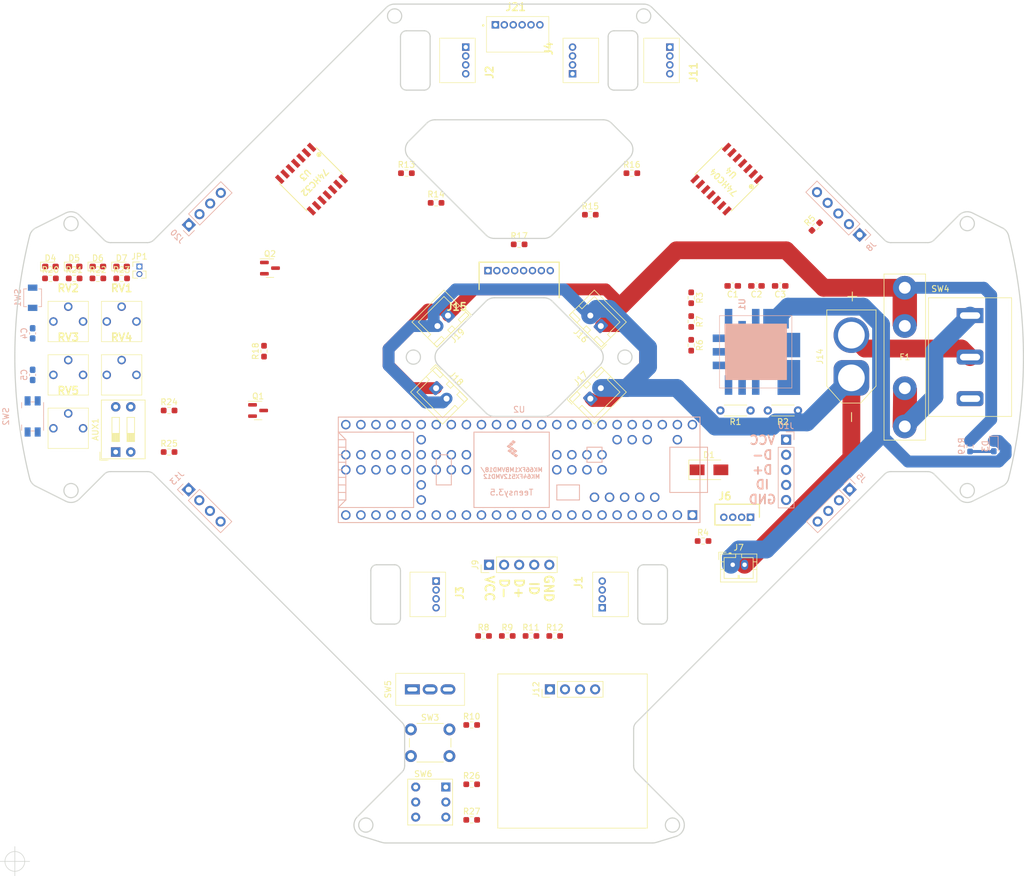
<source format=kicad_pcb>
(kicad_pcb (version 20211014) (generator pcbnew)
  (layers (0 "F.Cu" signal) (31 "B.Cu" signal) (34 "B.Paste" user) (35 "F.Paste" user) (36 "B.SilkS" user "B.Silkscreen") (37 "F.SilkS" user "F.Silkscreen") (38 "B.Mask" user) (39 "F.Mask" user) (44 "Edge.Cuts" user))
  (net 0 "")
  (net 1 "GND")
  (net 2 "/AUX1/3")
  (net 3 "/AUX1/4")
  (net 4 "Net-(C5-Pad2)")
  (net 5 "Net-(D1-Pad1)")
  (net 6 "+5V")
  (net 7 "Net-(D2-Pad2)")
  (net 8 "Net-(D6-Pad2)")
  (net 9 "Net-(D7-Pad2)")
  (net 10 "Net-(D3-Pad2)")
  (net 11 "Net-(D4-Pad1)")
  (net 12 "Net-(D4-Pad2)")
  (net 13 "+15V")
  (net 14 "Net-(F1-Pad2)")
  (net 15 "Net-(J1-Pad2)")
  (net 16 "Net-(J3-Pad1)")
  (net 17 "Net-(D5-Pad2)")
  (net 18 "Net-(J6-Pad1)")
  (net 19 "Net-(J1-Pad1)")
  (net 20 "Net-(J1-Pad4)")
  (net 21 "Net-(J2-Pad2)")
  (net 22 "Net-(J2-Pad4)")
  (net 23 "Net-(J3-Pad2)")
  (net 24 "Net-(J8-Pad1)")
  (net 25 "Net-(J8-Pad2)")
  (net 26 "Net-(J8-Pad4)")
  (net 27 "Net-(J3-Pad4)")
  (net 28 "Net-(J4-Pad1)")
  (net 29 "Net-(J4-Pad2)")
  (net 30 "Net-(J10-Pad1)")
  (net 31 "Net-(J10-Pad3)")
  (net 32 "Net-(J11-Pad1)")
  (net 33 "Net-(J4-Pad4)")
  (net 34 "Net-(J11-Pad3)")
  (net 35 "Net-(J5-Pad1)")
  (net 36 "Net-(J5-Pad3)")
  (net 37 "+3V3")
  (net 38 "Net-(J6-Pad3)")
  (net 39 "Net-(J10-Pad2)")
  (net 40 "Net-(J13-Pad1)")
  (net 41 "Net-(J13-Pad3)")
  (net 42 "Net-(J10-Pad4)")
  (net 43 "Net-(J10-Pad5)")
  (net 44 "Net-(J14-Pad2)")
  (net 45 "Net-(J15-Pad1)")
  (net 46 "Net-(J15-Pad2)")
  (net 47 "Net-(J15-Pad3)")
  (net 48 "Net-(J15-Pad5)")
  (net 49 "Net-(J15-Pad6)")
  (net 50 "Net-(J21-Pad1)")
  (net 51 "Net-(J21-Pad2)")
  (net 52 "Net-(J21-Pad3)")
  (net 53 "Net-(Q1-Pad1)")
  (net 54 "Net-(J21-Pad4)")
  (net 55 "Net-(J21-Pad5)")
  (net 56 "Net-(J21-Pad6)")
  (net 57 "PROG")
  (net 58 "/Switch/SW_GOAL")
  (net 59 "Net-(R1-Pad1)")
  (net 60 "/Switch/SW_START")
  (net 61 "Net-(R1-Pad2)")
  (net 67 "Net-(R4-Pad1)")
  (net 68 "Net-(R5-Pad1)")
  (net 69 "Net-(R13-Pad1)")
  (net 70 "Net-(R14-Pad1)")
  (net 71 "Net-(R16-Pad1)")
  (net 72 "Net-(R17-Pad1)")
  (net 73 "Net-(J15-Pad4)")
  (net 74 "Net-(R26-Pad2)")
  (net 79 "Net-(R15-Pad1)")
  (net 82 "Net-(U2-Pad16)")
  (net 83 "Net-(U2-Pad17)")
  (net 84 "Net-(U2-Pad18)")
  (net 85 "Net-(U2-Pad19)")
  (net 86 "Net-(U2-Pad20)")
  (net 87 "Net-(U2-Pad21)")
  (net 88 "Vbatt")
  (net 97 "/Switch/SW_led_R")
  (net 98 "/Switch/SW_led_G")
  (net 99 "/LED/LED4")
  (net 100 "/LED/LED3")
  (net 101 "/LED/LED2")
  (net 102 "/LED/LED1")
  (net 119 "Net-(U3-Pad11)")
  (net 120 "Net-(U3-Pad12)")
  (net 121 "Net-(J2-Pad1)")
  (net 122 "Net-(U3-Pad13)")
  (net 124 "Net-(Q1-Pad3)")
  (net 125 "Net-(R27-Pad2)")
  (footprint "Resistor_SMD:R_0603_1608Metric_Pad0.98x0.95mm_HandSolder" (layer "F.Cu") (at 64 76.735)
    (fp_text reference "R22")
    (fp_text value "120")
  )
  (footprint "0.main.robot:LED_SMLE13WBC8W1" (layer "F.Cu") (at 60 74.735)
    (fp_text reference "D5")
    (fp_text value "LED2_G")
  )
  (footprint "Package_TO_SOT_SMD:SOT-23" (layer "F.Cu") (at 91 99)
    (fp_text reference "Q1")
    (fp_text value "AO3400A")
  )
  (footprint "Resistor_THT:R_Axial_DIN0204_L3.6mm_D1.6mm_P5.08mm_Horizontal" (layer "F.Cu") (at 182 99 180)
    (fp_text reference "R2")
    (fp_text value "330")
  )
  (footprint "Diode_SMD:D_SMA" (layer "F.Cu") (at 167 109)
    (fp_text reference "D1")
    (fp_text value "SX34F")
  )
  (footprint "0.main.robot:JSTS8B-ZRLFSN" (layer "F.Cu") (at 129.75 78.6)
    (fp_text reference "J15")
    (fp_text value "LINE" hide)
  )
  (footprint "0.main.robot:OLED" (layer "F.Cu") (at 144 146)
    (fp_text reference "J12")
    (fp_text value "I2C_OLED")
  )
  (footprint "0.main.robot:LED_SMLE13WBC8W1" (layer "F.Cu") (at 56 74.735)
    (fp_text reference "D4")
    (fp_text value "LED1_R")
  )
  (footprint "Button_Switch_THT:SW_DIP_SPSTx02_Slide_9.78x7.26mm_W7.62mm_P2.54mm" (layer "F.Cu") (at 67 106 90)
    (fp_text reference "AUX1")
    (fp_text value "SW_DIP_x02")
  )
  (footprint "Resistor_SMD:R_0603_1608Metric_Pad0.98x0.95mm_HandSolder" (layer "F.Cu") (at 76 99)
    (fp_text reference "R24")
    (fp_text value "47k")
  )
  (footprint "Package_TO_SOT_SMD:SOT-23" (layer "F.Cu") (at 93 75)
    (fp_text reference "Q2")
    (fp_text value "AO3401A")
  )
  (footprint "Resistor_SMD:R_0603_1608Metric_Pad0.98x0.95mm_HandSolder" (layer "F.Cu") (at 164 88 -90)
    (fp_text reference "R6")
    (fp_text value "47k")
  )
  (footprint "Resistor_SMD:R_0603_1608Metric_Pad0.98x0.95mm_HandSolder" (layer "F.Cu") (at 76 106)
    (fp_text reference "R25")
    (fp_text value "47k")
  )
  (footprint "Resistor_SMD:R_0603_1608Metric_Pad0.98x0.95mm_HandSolder" (layer "F.Cu") (at 147 66)
    (fp_text reference "R15")
    (fp_text value "10k")
  )
  (footprint "Resistor_SMD:R_0603_1608Metric_Pad0.98x0.95mm_HandSolder" (layer "F.Cu") (at 133 137)
    (fp_text reference "R9")
    (fp_text value "47k")
  )
  (footprint "0.main.robot:MFS101D-14-Z" (layer "F.Cu") (at 120 146 90)
    (fp_text reference "SW5")
    (fp_text value "GOAL")
  )
  (footprint "0.main.robot:Trim-GF063P" (layer "F.Cu") (at 59 84)
    (fp_text reference "RV2")
    (fp_text value "20K" hide)
  )
  (footprint "Resistor_SMD:R_0603_1608Metric_Pad0.98x0.95mm_HandSolder" (layer "F.Cu") (at 137 137)
    (fp_text reference "R11")
    (fp_text value "10k")
  )
  (footprint "Resistor_SMD:R_0603_1608Metric_Pad0.98x0.95mm_HandSolder" (layer "F.Cu") (at 127 162)
    (fp_text reference "R26")
    (fp_text value "470")
  )
  (footprint "Connector_JST:JST_XH_B2B-XH-A_1x02_P2.50mm_Vertical" (layer "F.Cu") (at 121 95.2322 -45)
    (fp_text reference "J18")
    (fp_text value "MD3")
  )
  (footprint "Capacitor_SMD:C_0603_1608Metric_Pad1.08x0.95mm_HandSolder" (layer "F.Cu") (at 175 78 180)
    (fp_text reference "C2")
    (fp_text value "10u")
  )
  (footprint "Connector_JST:JST_XH_B2B-XH-A_1x02_P2.50mm_Vertical" (layer "F.Cu") (at 147 97 45)
    (fp_text reference "J17")
    (fp_text value "MD2")
  )
  (footprint "Connector_JST:JST_XH_B2B-XH-A_1x02_P2.50mm_Vertical" (layer "F.Cu") (at 123 83 -135)
    (fp_text reference "J19")
    (fp_text value "MD4")
  )
  (footprint "0.main.robot:JSTB4B-ZR" (layer "F.Cu") (at 174 117)
    (fp_text reference "J6")
    (fp_text value "Serial3/Vision" hide)
  )
  (footprint "0.main.robot:SOP14W" (layer "F.Cu") (at 100 60 -135)
    (fp_text reference "U3")
    (fp_text value "74HC32")
  )
  (footprint "0.main.robot:FUSE_20mm" (layer "F.Cu") (at 200 90)
    (fp_text reference "F1")
    (fp_text value "Fuse 15A")
  )
  (footprint "Connector_PinHeader_1.27mm:PinHeader_1x02_P1.27mm_Vertical" (layer "F.Cu") (at 71 74.735)
    (fp_text reference "JP1")
    (fp_text value "Jumper_2_Bridged")
  )
  (footprint "Connector_JST:JST_PH_B2B-PH-K_1x02_P2.00mm_Vertical" (layer "F.Cu") (at 171 125)
    (fp_text reference "J7")
    (fp_text value "raspi-power")
  )
  (footprint "Resistor_SMD:R_0603_1608Metric_Pad0.98x0.95mm_HandSolder" (layer "F.Cu") (at 127 152)
    (fp_text reference "R10")
    (fp_text value "47k")
  )
  (footprint "0.main.robot:SW_SPST_POWER" (layer "F.Cu") (at 211 90)
    (fp_text reference "SW4")
    (fp_text value "SW_SPST")
  )
  (footprint "0.main.robot:JSTS4B-ZRLFSN" (layer "F.Cu") (at 126 40 -90)
    (fp_text reference "J2")
    (fp_text value "MD4" hide)
  )
  (footprint "Capacitor_SMD:C_0603_1608Metric_Pad1.08x0.95mm_HandSolder" (layer "F.Cu") (at 171 78 180)
    (fp_text reference "C1")
    (fp_text value "10u")
  )
  (footprint "0.main.robot:Trim-GF063P" (layer "F.Cu") (at 68 93)
    (fp_text reference "RV4")
    (fp_text value "20K" hide)
  )
  (footprint "Resistor_SMD:R_0603_1608Metric_Pad0.98x0.95mm_HandSolder" (layer "F.Cu") (at 141 137)
    (fp_text reference "R12")
    (fp_text value "10k")
  )
  (footprint "0.main.robot:LED_SMLE13WBC8W1" (layer "F.Cu") (at 175 89.125 90)
    (fp_text reference "D2")
    (fp_text value "LED")
  )
  (footprint "Resistor_SMD:R_0603_1608Metric_Pad0.98x0.95mm_HandSolder" (layer "F.Cu") (at 127 168)
    (fp_text reference "R27")
    (fp_text value "470")
  )
  (footprint "Resistor_THT:R_Axial_DIN0204_L3.6mm_D1.6mm_P5.08mm_Horizontal" (layer "F.Cu") (at 174 99 180)
    (fp_text reference "R1")
    (fp_text value "1k")
  )
  (footprint "Button_Switch_THT:SW_PUSH_6mm" (layer "F.Cu") (at 116.75 152.75)
    (fp_text reference "SW3")
    (fp_text value "SET")
  )
  (footprint "0.main.robot:AMASS_XT60-M_1x02_P7.20mm_Vertical" (layer "F.Cu") (at 191 93.5 90)
    (fp_text reference "J14")
    (fp_text value "Power IN")
  )
  (footprint "0.main.robot:SOP14W" (layer "F.Cu") (at 170 60 135)
    (fp_text reference "U4")
    (fp_text value "74HC04")
  )
  (footprint "0.main.robot:JSTS4B-ZRLFSN" (layer "F.Cu") (at 121 130 -90)
    (fp_text reference "J3")
    (fp_text value "MD3" hide)
  )
  (footprint "0.main.robot:LED_SMLE13WBC8W1" (layer "F.Cu") (at 68 74.735)
    (fp_text reference "D7")
    (fp_text value "LED4_B")
  )
  (footprint "0.main.robot:LED_SMLE13WBC8W1" (layer "F.Cu") (at 64 74.735)
    (fp_text reference "D6")
    (fp_text value "LED3_Y")
  )
  (footprint "Resistor_SMD:R_0603_1608Metric_Pad0.98x0.95mm_HandSolder" (layer "F.Cu") (at 185 68 45)
    (fp_text reference "R5")
    (fp_text value "10k")
  )
  (footprint "Resistor_SMD:R_0603_1608Metric_Pad0.98x0.95mm_HandSolder" (layer "F.Cu") (at 56 76.735)
    (fp_text reference "R20")
    (fp_text value "120")
  )
  (footprint "0.main.robot:Trim-GF063P" (layer "F.Cu") (at 68 84)
    (fp_text reference "RV1")
    (fp_text value "20K" hide)
  )
  (footprint "0.main.robot:Trim-GF063P" (layer "F.Cu") (at 59 93)
    (fp_text reference "RV3")
    (fp_text value "20K" hide)
  )
  (footprint "Connector_PinHeader_2.54mm:PinHeader_1x05_P2.54mm_Vertical" (layer "F.Cu") (at 129.925 125 90)
    (fp_text reference "J9")
    (fp_text value "micro-b_out")
  )
  (footprint "Resistor_SMD:R_0603_1608Metric_Pad0.98x0.95mm_HandSolder" (layer "F.Cu") (at 164 84 -90)
    (fp_text reference "R7")
    (fp_text value "10k")
  )
  (footprint "0.main.robot:SW_NKK_B-12CCPRM" (layer "F.Cu") (at 117.565 162.46)
    (fp_text reference "SW6")
    (fp_text value "START")
  )
  (footprint "Resistor_SMD:R_0603_1608Metric_Pad0.98x0.95mm_HandSolder" (layer "F.Cu") (at 116 59)
    (fp_text reference "R13")
    (fp_text value "10k")
  )
  (footprint "Resistor_SMD:R_0603_1608Metric_Pad0.98x0.95mm_HandSolder" (layer "F.Cu") (at 121 64)
    (fp_text reference "R14")
    (fp_text value "10k")
  )
  (footprint "Resistor_SMD:R_0603_1608Metric_Pad0.98x0.95mm_HandSolder" (layer "F.Cu") (at 154 59)
    (fp_text reference "R16")
    (fp_text value "10k")
  )
  (footprint "Resistor_SMD:R_0603_1608Metric_Pad0.98x0.95mm_HandSolder" (layer "F.Cu") (at 166 121)
    (fp_text reference "R4")
    (fp_text value "10k")
  )
  (footprint "Resistor_SMD:R_0603_1608Metric_Pad0.98x0.95mm_HandSolder" (layer "F.Cu") (at 92 89 90)
    (fp_text reference "R18")
    (fp_text value "10k")
  )
  (footprint "Connector_JST:JST_XH_B2B-XH-A_1x02_P2.50mm_Vertical" (layer "F.Cu") (at 148.767767 84.767767 135)
    (fp_text reference "J16")
    (fp_text value "MD1")
  )
  (footprint "0.main.robot:Trim-GF063P" (layer "F.Cu") (at 59 102)
    (fp_text reference "RV5")
    (fp_text value "20K" hide)
  )
  (footprint "Resistor_SMD:R_0603_1608Metric_Pad0.98x0.95mm_HandSolder" (layer "F.Cu") (at 129 137)
    (fp_text reference "R8")
    (fp_text value "47k")
  )
  (footprint "0.main.robot:JSTS4B-ZRLFSN" (layer "F.Cu") (at 160.4 40 -90)
    (fp_text reference "J11")
    (fp_text value "I2C_ToF" hide)
  )
  (footprint "Resistor_SMD:R_0603_1608Metric_Pad0.98x0.95mm_HandSolder" (layer "F.Cu") (at 135 71)
    (fp_text reference "R17")
    (fp_text value "10k")
  )
  (footprint "Capacitor_SMD:C_0603_1608Metric_Pad1.08x0.95mm_HandSolder" (layer "F.Cu") (at 179 78 180)
    (fp_text reference "C3")
    (fp_text value "10u")
  )
  (footprint "0.main.robot:JSTS4B-ZRLFSN" (layer "F.Cu") (at 144 40 90)
    (fp_text reference "J4")
    (fp_text value "MD1" hide)
  )
  (footprint "0.main.robot:JSTS6B-ZRLFSN" (layer "F.Cu") (at 131 34)
    (fp_text reference "J21")
    (fp_text value "Trimmer" hide)
  )
  (footprint "Resistor_SMD:R_0603_1608Metric_Pad0.98x0.95mm_HandSolder" (layer "F.Cu") (at 164 80 -90)
    (fp_text reference "R3")
    (fp_text value "470")
  )
  (footprint "Resistor_SMD:R_0603_1608Metric_Pad0.98x0.95mm_HandSolder" (layer "F.Cu") (at 60 76.735)
    (fp_text reference "R21")
    (fp_text value "120")
  )
  (footprint "Resistor_SMD:R_0603_1608Metric_Pad0.98x0.95mm_HandSolder" (layer "F.Cu") (at 68 76.735)
    (fp_text reference "R23")
    (fp_text value "120")
  )
  (footprint "0.main.robot:JSTS4B-ZRLFSN" (layer "F.Cu") (at 149 130 90)
    (fp_text reference "J1")
    (fp_text value "MD2" hide)
  )
  (footprint "Connector_PinSocket_2.54mm:PinSocket_1x04_P2.54mm_Vertical" (layer "B.Cu") (at 79.2953 112.3307 -135)
    (fp_text reference "J13")
    (fp_text value "drib-kick")
  )
  (footprint "Capacitor_SMD:C_0603_1608Metric_Pad1.08x0.95mm_HandSolder" (layer "B.Cu") (at 53 86 -90)
    (fp_text reference "C4")
    (fp_text value "0.1u")
  )
  (footprint "Capacitor_SMD:C_0603_1608Metric_Pad1.08x0.95mm_HandSolder" (layer "B.Cu") (at 53 93 -90)
    (fp_text reference "C5")
    (fp_text value "0.1u")
  )
  (footprint "Connector_PinHeader_2.54mm:PinHeader_1x05_P2.54mm_Vertical" (layer "B.Cu") (at 180 103.925 180)
    (fp_text reference "J10")
    (fp_text value "micro-b_in")
  )
  (footprint "0.main.robot:THAU13-AB-R" (layer "B.Cu") (at 53 100 -90)
    (fp_text reference "SW2")
    (fp_text value "Reset")
  )
  (footprint "0.main.robot:Teensy35_36_x" (layer "B.Cu") (at 135 109 180)
    (fp_text reference "U2")
    (fp_text value "Teensy3.5")
  )
  (footprint "Resistor_SMD:R_0603_1608Metric_Pad0.98x0.95mm_HandSolder" (layer "B.Cu") (at 211 105 -90)
    (fp_text reference "R19")
    (fp_text value "3k")
  )
  (footprint "0.main.robot:TVAF06-A020B-R" (layer "B.Cu") (at 53 80 -90)
    (fp_text reference "SW1")
    (fp_text value "PROG")
  )
  (footprint "Connector_PinSocket_2.54mm:PinSocket_1x04_P2.54mm_Vertical" (layer "B.Cu") (at 190.7047 112.3307 135)
    (fp_text reference "J5")
    (fp_text value "XBee")
  )
  (footprint "Connector_PinSocket_2.54mm:PinSocket_1x05_P2.54mm_Vertical" (layer "B.Cu") (at 192.3882 69.3882 45)
    (fp_text reference "J8")
    (fp_text value "Serial2/IMU")
  )
  (footprint "0.main.robot:LED_SMLE13WBC8W1" (layer "B.Cu") (at 215 105 -90)
    (fp_text reference "D3")
    (fp_text value "LED")
  )
  (footprint "Connector_PinSocket_2.54mm:PinSocket_1x04_P2.54mm_Vertical" (layer "B.Cu") (at 79.3307 67.7047 -45)
    (fp_text reference "J20")
    (fp_text value "Drib-Kick")
  )
  (footprint "0.main.robot:OKL-T3-W12N-C" (layer "B.Cu") (at 168.773 83.018 90)
    (fp_text reference "U1")
    (fp_text value "OKL-T_3-W12N-C" hide)
  )
  (gr_arc (start 204.942913 70.26167) (mid 204.456278 70.58683) (end 203.882252 70.701011) (layer "Edge.Cuts") (width 0.2))
  (gr_line (start 153.585788 53.585786) (end 150.585788 50.585786) (layer "Edge.Cuts") (width 0.2))
  (gr_arc (start 211.425723 114.287139) (mid 210.210932 114.47246) (end 209.117083 113.912499) (layer "Edge.Cuts") (width 0.2))
  (gr_line (start 111.232935 171.596663) (end 108.535674 170.775239) (layer "Edge.Cuts") (width 0.2))
  (gr_line (start 110.000001 126.000001) (end 110.000001 134.000001) (layer "Edge.Cuts") (width 0.2))
  (gr_line (start 188.930719 62.613437) (end 196.578952 70.26167) (layer "Edge.Cuts") (width 0.2))
  (gr_line (start 162.386564 143.930717) (end 154.738331 151.57895) (layer "Edge.Cuts") (width 0.2))
  (gr_line (start 53.547495 68.226252) (end 58.57428 65.71286) (layer "Edge.Cuts") (width 0.2))
  (gr_line (start 60.88292 66.087501) (end 65.05709 70.26167) (layer "Edge.Cuts") (width 0.2))
  (gr_line (start 116.414214 56.414213) (end 129.414214 69.414213) (layer "Edge.Cuts") (width 0.2))
  (gr_arc (start 153.585788 53.585786) (mid 154.171574 55) (end 153.585788 56.414213) (layer "Edge.Cuts") (width 0.2))
  (gr_arc (start 119.414214 50.585786) (mid 120.063061 50.15224) (end 120.828428 49.999999) (layer "Edge.Cuts") (width 0.2))
  (gr_arc (start 140.585788 69.414213) (mid 139.936941 69.847759) (end 139.171574 70) (layer "Edge.Cuts") (width 0.2))
  (gr_arc (start 112.596937 31.085786) (mid 113.245783 30.65224) (end 114.01115 30.499999) (layer "Edge.Cuts") (width 0.2))
  (gr_arc (start 66.117751 70.70101) (mid 65.543726 70.586829) (end 65.05709 70.26167) (layer "Edge.Cuts") (width 0.2))
  (gr_line (start 157.403066 31.085786) (end 162.386563 36.069283) (layer "Edge.Cuts") (width 0.2))
  (gr_arc (start 58.57428 65.71286) (mid 59.789071 65.52754) (end 60.88292 66.087501) (layer "Edge.Cuts") (width 0.2))
  (gr_line (start 154.298991 152.63961) (end 154.298991 158.88225) (layer "Edge.Cuts") (width 0.2))
  (gr_line (start 160.000001 134.000001) (end 160.000001 126.000001) (layer "Edge.Cuts") (width 0.2))
  (gr_line (start 66.117751 70.70101) (end 72.360391 70.70101) (layer "Edge.Cuts") (width 0.2))
  (gr_arc (start 154.738331 159.942911) (mid 154.413172 159.456276) (end 154.298991 158.88225) (layer "Edge.Cuts") (width 0.2))
  (gr_arc (start 120.000001 43.999999) (mid 119.707108 44.707106) (end 119.000001 44.999999) (layer "Edge.Cuts") (width 0.2))
  (gr_circle (center 109.158364 168.874645) (end 110.358364 168.874645) (layer "Edge.Cuts") (width 0.2) (fill none))
  (gr_line (start 148.585788 88.585786) (end 140.585788 80.585786) (layer "Edge.Cuts") (width 0.2))
  (gr_arc (start 155.000001 43.999999) (mid 154.707108 44.707106) (end 154.000001 44.999999) (layer "Edge.Cuts") (width 0.2))
  (gr_arc (start 121.414214 91.414214) (mid 120.828428 90) (end 121.414214 88.585786) (layer "Edge.Cuts") (width 0.2))
  (gr_line (start 72.360391 109.298989) (end 66.117751 109.298989) (layer "Edge.Cuts") (width 0.2))
  (gr_circle (center 155.988852 32.499999) (end 157.188852 32.499999) (layer "Edge.Cuts") (width 0.2) (fill none))
  (gr_line (start 155.000001 126.000001) (end 155.000001 134.000001) (layer "Edge.Cuts") (width 0.2))
  (gr_arc (start 156.000001 135.000001) (mid 155.292895 134.707107) (end 155.000001 134.000001) (layer "Edge.Cuts") (width 0.2))
  (gr_circle (center 59.468707 67.501714) (end 60.668707 67.501714) (layer "Edge.Cuts") (width 0.2) (fill none))
  (gr_line (start 115.000001 134.000001) (end 115.000001 126.000001) (layer "Edge.Cuts") (width 0.2))
  (gr_arc (start 217.499238 110.466457) (mid 217.119293 111.234938) (end 216.452507 111.773748) (layer "Edge.Cuts") (width 0.2))
  (gr_line (start 162.386563 36.069283) (end 188.930719 62.613437) (layer "Edge.Cuts") (width 0.2))
  (gr_line (start 58.57428 114.28714) (end 53.547495 111.773748) (layer "Edge.Cuts") (width 0.2))
  (gr_line (start 129.414214 80.585786) (end 121.414214 88.585786) (layer "Edge.Cuts") (width 0.2))
  (gr_line (start 111.949187 171.814791) (end 111.445784 171.671285) (layer "Edge.Cuts") (width 0.2))
  (gr_circle (center 114.01115 32.499999) (end 115.21115 32.499999) (layer "Edge.Cuts") (width 0.2) (fill none))
  (gr_line (start 81.069284 62.613438) (end 107.613439 36.069283) (layer "Edge.Cuts") (width 0.2))
  (gr_line (start 114.000001 125.000001) (end 111.000001 125.000001) (layer "Edge.Cuts") (width 0.2))
  (gr_line (start 114.01115 30.499999) (end 155.988852 30.499999) (layer "Edge.Cuts") (width 0.2))
  (gr_line (start 107.61344 143.930717) (end 81.069284 117.386562) (layer "Edge.Cuts") (width 0.2))
  (gr_arc (start 111.000001 135.000001) (mid 110.292895 134.707107) (end 110.000001 134.000001) (layer "Edge.Cuts") (width 0.2))
  (gr_line (start 154.738331 159.942911) (end 162.255852 167.460432) (layer "Edge.Cuts") (width 0.2))
  (gr_line (start 204.942913 70.26167) (end 209.117082 66.0875) (layer "Edge.Cuts") (width 0.2))
  (gr_arc (start 130.828428 100) (mid 130.063061 99.847759) (end 129.414214 99.414214) (layer "Edge.Cuts") (width 0.2))
  (gr_arc (start 154.000001 34.999999) (mid 154.707108 35.292892) (end 155.000001 35.999999) (layer "Edge.Cuts") (width 0.2))
  (gr_circle (center 117.171574 90) (end 118.371574 90) (layer "Edge.Cuts") (width 0.2) (fill none))
  (gr_arc (start 217.499238 69.533543) (mid 220.000001 90) (end 217.499238 110.466457) (layer "Edge.Cuts") (width 0.2))
  (gr_line (start 209.117083 113.912499) (end 204.942913 109.73833) (layer "Edge.Cuts") (width 0.2))
  (gr_arc (start 115.000001 134.000001) (mid 114.707107 134.707107) (end 114.000001 135.000001) (layer "Edge.Cuts") (width 0.2))
  (gr_line (start 121.414214 91.414214) (end 129.414214 99.414214) (layer "Edge.Cuts") (width 0.2))
  (gr_line (start 115.000001 35.999999) (end 115.000001 43.999999) (layer "Edge.Cuts") (width 0.2))
  (gr_arc (start 112.491559 171.889737) (mid 112.217796 171.870912) (end 111.949187 171.814791) (layer "Edge.Cuts") (width 0.2))
  (gr_arc (start 154.298991 152.63961) (mid 154.413172 152.065585) (end 154.738331 151.57895) (layer "Edge.Cuts") (width 0.2))
  (gr_line (start 157.508443 171.889737) (end 112.491559 171.889737) (layer "Edge.Cuts") (width 0.2))
  (gr_arc (start 115.000001 35.999999) (mid 115.292894 35.292892) (end 116.000001 34.999999) (layer "Edge.Cuts") (width 0.2))
  (gr_arc (start 196.578952 109.738329) (mid 197.065587 109.41317) (end 197.639612 109.298989) (layer "Edge.Cuts") (width 0.2))
  (gr_arc (start 116.414214 56.414213) (mid 115.828428 55) (end 116.414214 53.585786) (layer "Edge.Cuts") (width 0.2))
  (gr_arc (start 197.639612 70.70101) (mid 197.065587 70.586829) (end 196.578952 70.26167) (layer "Edge.Cuts") (width 0.2))
  (gr_arc (start 60.882921 113.912499) (mid 59.789072 114.472461) (end 58.57428 114.28714) (layer "Edge.Cuts") (width 0.2))
  (gr_arc (start 149.171574 49.999999) (mid 149.936941 50.15224) (end 150.585788 50.585786) (layer "Edge.Cuts") (width 0.2))
  (gr_arc (start 110.000001 126.000001) (mid 110.292894 125.292894) (end 111.000001 125.000001) (layer "Edge.Cuts") (width 0.2))
  (gr_arc (start 52.500764 69.533543) (mid 52.880709 68.765062) (end 53.547495 68.226252) (layer "Edge.Cuts") (width 0.2))
  (gr_arc (start 140.585788 99.414214) (mid 139.936941 99.847759) (end 139.171574 100) (layer "Edge.Cuts") (width 0.2))
  (gr_arc (start 53.547495 111.773748) (mid 52.880709 111.234938) (end 52.500764 110.466457) (layer "Edge.Cuts") (width 0.2))
  (gr_arc (start 160.000001 134.000001) (mid 159.707107 134.707107) (end 159.000001 135.000001) (layer "Edge.Cuts") (width 0.2))
  (gr_arc (start 151.000001 44.999999) (mid 150.292894 44.707106) (end 150.000001 43.999999) (layer "Edge.Cuts") (width 0.2))
  (gr_arc (start 158.050815 171.814791) (mid 157.782206 171.870912) (end 157.508443 171.889737) (layer "Edge.Cuts") (width 0.2))
  (gr_arc (start 158.767064 171.596664) (mid 158.661694 171.636977) (end 158.554218 171.671285) (layer "Edge.Cuts") (width 0.2))
  (gr_arc (start 162.255852 167.460432) (mid 162.786948 169.339154) (end 161.464329 170.775238) (layer "Edge.Cuts") (width 0.2))
  (gr_arc (start 129.414214 80.585786) (mid 130.063061 80.152241) (end 130.828428 80) (layer "Edge.Cuts") (width 0.2))
  (gr_arc (start 72.360391 109.298989) (mid 72.934416 109.41317) (end 73.421051 109.738329) (layer "Edge.Cuts") (width 0.2))
  (gr_arc (start 209.117082 66.0875) (mid 210.210932 65.527539) (end 211.425724 65.712859) (layer "Edge.Cuts") (width 0.2))
  (gr_line (start 140.585788 69.414213) (end 153.585788 56.414213) (layer "Edge.Cuts") (width 0.2))
  (gr_line (start 156.000001 135.000001) (end 159.000001 135.000001) (layer "Edge.Cuts") (width 0.2))
  (gr_line (start 107.613439 36.069283) (end 112.596937 31.085786) (layer "Edge.Cuts") (width 0.2))
  (gr_circle (center 160.841639 168.874645) (end 162.041639 168.874645) (layer "Edge.Cuts") (width 0.2) (fill none))
  (gr_line (start 139.171574 80) (end 130.828428 80) (layer "Edge.Cuts") (width 0.2))
  (gr_arc (start 115.261672 151.57895) (mid 115.586831 152.065585) (end 115.701012 152.63961) (layer "Edge.Cuts") (width 0.2))
  (gr_line (start 111.000001 135.000001) (end 114.000001 135.000001) (layer "Edge.Cuts") (width 0.2))
  (gr_line (start 196.578952 109.738329) (end 188.930719 117.386561) (layer "Edge.Cuts") (width 0.2))
  (gr_arc (start 108.535674 170.775239) (mid 107.213054 169.339155) (end 107.74415 167.460432) (layer "Edge.Cuts") (width 0.2))
  (gr_arc (start 159.000001 125.000001) (mid 159.707108 125.292894) (end 160.000001 126.000001) (layer "Edge.Cuts") (width 0.2))
  (gr_line (start 116.000001 44.999999) (end 119.000001 44.999999) (layer "Edge.Cuts") (width 0.2))
  (gr_line (start 130.828428 100) (end 139.171574 100) (layer "Edge.Cuts") (width 0.2))
  (gr_line (start 161.464329 170.775238) (end 158.767064 171.596664) (layer "Edge.Cuts") (width 0.2))
  (gr_line (start 188.930719 117.386561) (end 162.386564 143.930717) (layer "Edge.Cuts") (width 0.2))
  (gr_line (start 81.069284 117.386562) (end 73.421051 109.738329) (layer "Edge.Cuts") (width 0.2))
  (gr_line (start 158.554218 171.671285) (end 158.050815 171.814791) (layer "Edge.Cuts") (width 0.2))
  (gr_line (start 211.425724 65.712859) (end 216.452507 68.226252) (layer "Edge.Cuts") (width 0.2))
  (gr_line (start 151.000001 44.999999) (end 154.000001 44.999999) (layer "Edge.Cuts") (width 0.2))
  (gr_arc (start 155.988852 30.499999) (mid 156.754219 30.65224) (end 157.403066 31.085786) (layer "Edge.Cuts") (width 0.2))
  (gr_arc (start 216.452507 68.226252) (mid 217.119293 68.765062) (end 217.499238 69.533543) (layer "Edge.Cuts") (width 0.2))
  (gr_arc (start 73.421051 70.26167) (mid 72.934416 70.586829) (end 72.360391 70.70101) (layer "Edge.Cuts") (width 0.2))
  (gr_circle (center 210.531296 112.498285) (end 211.731296 112.498285) (layer "Edge.Cuts") (width 0.2) (fill none))
  (gr_line (start 65.05709 109.738329) (end 60.882921 113.912499) (layer "Edge.Cuts") (width 0.2))
  (gr_line (start 140.585788 99.414214) (end 148.585788 91.414214) (layer "Edge.Cuts") (width 0.2))
  (gr_arc (start 111.445784 171.671285) (mid 111.338307 171.636977) (end 111.232935 171.596663) (layer "Edge.Cuts") (width 0.2))
  (gr_circle (center 210.531296 67.501714) (end 211.731296 67.501714) (layer "Edge.Cuts") (width 0.2) (fill none))
  (gr_line (start 119.000001 34.999999) (end 116.000001 34.999999) (layer "Edge.Cuts") (width 0.2))
  (gr_line (start 130.828428 70) (end 139.171574 70) (layer "Edge.Cuts") (width 0.2))
  (gr_arc (start 203.882252 109.298989) (mid 204.456278 109.41317) (end 204.942913 109.73833) (layer "Edge.Cuts") (width 0.2))
  (gr_arc (start 150.000001 35.999999) (mid 150.292894 35.292892) (end 151.000001 34.999999) (layer "Edge.Cuts") (width 0.2))
  (gr_line (start 154.000001 34.999999) (end 151.000001 34.999999) (layer "Edge.Cuts") (width 0.2))
  (gr_line (start 150.000001 35.999999) (end 150.000001 43.999999) (layer "Edge.Cuts") (width 0.2))
  (gr_line (start 107.74415 167.460432) (end 115.261672 159.942911) (layer "Edge.Cuts") (width 0.2))
  (gr_line (start 197.639612 70.70101) (end 203.882252 70.701011) (layer "Edge.Cuts") (width 0.2))
  (gr_line (start 73.421051 70.26167) (end 81.069284 62.613438) (layer "Edge.Cuts") (width 0.2))
  (gr_line (start 119.414214 50.585786) (end 116.414214 53.585786) (layer "Edge.Cuts") (width 0.2))
  (gr_line (start 159.000001 125.000001) (end 156.000001 125.000001) (layer "Edge.Cuts") (width 0.2))
  (gr_arc (start 139.171574 80) (mid 139.936941 80.152241) (end 140.585788 80.585786) (layer "Edge.Cuts") (width 0.2))
  (gr_arc (start 155.000001 126.000001) (mid 155.292895 125.292895) (end 156.000001 125.000001) (layer "Edge.Cuts") (width 0.2))
  (gr_arc (start 115.701012 158.88225) (mid 115.586831 159.456276) (end 115.261672 159.942911) (layer "Edge.Cuts") (width 0.2))
  (gr_line (start 115.261672 151.57895) (end 107.61344 143.930717) (layer "Edge.Cuts") (width 0.2))
  (gr_line (start 115.701012 158.88225) (end 115.701012 152.63961) (layer "Edge.Cuts") (width 0.2))
  (gr_line (start 120.000001 43.999999) (end 120.000001 35.999999) (layer "Edge.Cuts") (width 0.2))
  (gr_arc (start 65.05709 109.738329) (mid 65.543725 109.41317) (end 66.117751 109.298989) (layer "Edge.Cuts") (width 0.2))
  (gr_arc (start 119.000001 34.999999) (mid 119.707108 35.292892) (end 120.000001 35.999999) (layer "Edge.Cuts") (width 0.2))
  (gr_arc (start 148.585788 88.585786) (mid 149.171574 90) (end 148.585788 91.414214) (layer "Edge.Cuts") (width 0.2))
  (gr_arc (start 114.000001 125.000001) (mid 114.707107 125.292895) (end 115.000001 126.000001) (layer "Edge.Cuts") (width 0.2))
  (gr_circle (center 152.828428 90) (end 154.028428 90) (layer "Edge.Cuts") (width 0.2) (fill none))
  (gr_line (start 203.882252 109.298989) (end 197.639612 109.298989) (layer "Edge.Cuts") (width 0.2))
  (gr_arc (start 130.828428 70) (mid 130.063061 69.847759) (end 129.414214 69.414213) (layer "Edge.Cuts") (width 0.2))
  (gr_line (start 155.000001 43.999999) (end 155.000001 35.999999) (layer "Edge.Cuts") (width 0.2))
  (gr_arc (start 116.000001 44.999999) (mid 115.292894 44.707106) (end 115.000001 43.999999) (layer "Edge.Cuts") (width 0.2))
  (gr_arc (start 52.500764 110.466457) (mid 50.000001 90) (end 52.500764 69.533543) (layer "Edge.Cuts") (width 0.2))
  (gr_circle (center 59.468707 112.498285) (end 60.668707 112.498285) (layer "Edge.Cuts") (width 0.2) (fill none))
  (gr_line (start 149.171574 49.999999) (end 120.828428 49.999999) (layer "Edge.Cuts") (width 0.2))
  (gr_line (start 216.452507 111.773748) (end 211.425723 114.287139) (layer "Edge.Cuts") (width 0.2))
  (gr_text "VCC" (at 176 104) (layer "B.SilkS") (effects (font (size 1.5 1.5) (thickness 0.3)) (justify mirror)))
  (gr_text "ID" (at 176 111.5) (layer "B.SilkS") (effects (font (size 1.5 1.5) (thickness 0.3)) (justify mirror)))
  (gr_text "D+" (at 176 109) (layer "B.SilkS") (effects (font (size 1.5 1.5) (thickness 0.3)) (justify mirror)))
  (gr_text "GND" (at 176 114) (layer "B.SilkS") (effects (font (size 1.5 1.5) (thickness 0.3)) (justify mirror)))
  (gr_text "D-" (at 176 106.5) (layer "B.SilkS") (effects (font (size 1.5 1.5) (thickness 0.3)) (justify mirror)))
  (gr_text "D-" (at 132.5 129 -90) (layer "F.SilkS") (effects (font (size 1.5 1.5) (thickness 0.3))))
  (gr_text "GND" (at 140 129 -90) (layer "F.SilkS") (effects (font (size 1.5 1.5) (thickness 0.3))))
  (gr_text "ID" (at 137.5 129 -90) (layer "F.SilkS") (effects (font (size 1.5 1.5) (thickness 0.3))))
  (gr_text "D+" (at 135 129 -90) (layer "F.SilkS") (effects (font (size 1.5 1.5) (thickness 0.3))))
  (gr_text "VCC" (at 130 129 -90) (layer "F.SilkS") (effects (font (size 1.5 1.5) (thickness 0.3))))
  (target plus (at 50 175) (size 5) (width 0.1) (layer "Edge.Cuts"))
  (segment (start 191 107) (end 173 125) (width 3) (layer "F.Cu") (net 1))
  (segment (start 191 93.5) (end 191 107) (width 3) (layer "F.Cu") (net 1))
  (segment (start 148.066315 81.863653) (end 146.964984 82.964984) (width 3) (layer "B.Cu") (net 1))
  (segment (start 153.147525 95.197217) (end 156.729511 91.615231) (width 3) (layer "B.Cu") (net 1))
  (segment (start 151.197217 95.197217) (end 148.802783 95.197217) (width 3) (layer "B.Cu") (net 1))
  (segment (start 142.588472 78.588472) (end 147 83) (width 2) (layer "B.Cu") (net 1))
  (segment (start 116.839915 84.767767) (end 121.232233 84.767767) (width 2) (layer "B.Cu") (net 1))
  (segment (start 183.5 101) (end 178.313422 101) (width 3) (layer "B.Cu") (net 1))
  (segment (start 196 103.072028) (end 176.646548 122.42548) (width 3) (layer "B.Cu") (net 1))
  (segment (start 122.767767 96.999967) (end 122.131421 97.636313) (width 2) (layer "B.Cu") (net 1))
  (segment (start 178.298 83.526) (end 180.323511 81.500489) (width 3) (layer "B.Cu") (net 1))
  (segment (start 178.313422 101) (end 177.603911 101.709511) (width 3) (layer "B.Cu") (net 1))
  (segment (start 121.232233 84.767767) (end 120.595887 84.131421) (width 2) (layer "B.Cu") (net 1))
  (segment (start 122.131421 97.636313) (end 119.212009 97.636313) (width 2) (layer "B.Cu") (net 1))
  (segment (start 215.807253 104.125) (end 217 105.317747) (width 2) (layer "B.Cu") (net 1))
  (segment (start 180.323511 81.500489) (end 192.988024 81.500489) (width 3) (layer "B.Cu") (net 1))
  (segment (start 215.832733 107.59952) (end 200.527492 107.59952) (width 2) (layer "B.Cu") (net 1))
  (segment (start 124.300938 78.588472) (end 142.588472 78.588472) (width 2) (layer "B.Cu") (net 1))
  (segment (start 150.208395 81.863653) (end 148.066315 81.863653) (width 3) (layer "B.Cu") (net 1))
  (segment (start 168.074354 101.709511) (end 161.56206 95.197217) (width 3) (layer "B.Cu") (net 1))
  (segment (start 156.729511 91.615231) (end 156.729511 88.384769) (width 3) (layer "B.Cu") (net 1))
  (segment (start 217 106.432253) (end 215.832733 107.59952) (width 2) (layer "B.Cu") (net 1))
  (segment (start 119.212009 97.636313) (end 113 91.424304) (width 2) (layer "B.Cu") (net 1))
  (segment (start 113 91.424304) (end 113 88.625624) (width 2) (layer "B.Cu") (net 1))
  (segment (start 192.988024 81.500489) (end 196 84.512465) (width 3) (layer "B.Cu") (net 1))
  (segment (start 217 105.317747) (end 217 106.432253) (width 2) (layer "B.Cu") (net 1))
  (segment (start 196 84.512465) (end 196 103.072028) (width 3) (layer "B.Cu") (net 1))
  (segment (start 120.595887 82.293523) (end 124.300938 78.588472) (width 2) (layer "B.Cu") (net 1))
  (segment (start 200.527492 107.59952) (end 196 103.072028) (width 2) (layer "B.Cu") (net 1))
  (segment (start 156.729511 88.384769) (end 150.208395 81.863653) (width 3) (layer "B.Cu") (net 1))
  (segment (start 215 104.125) (end 215.807253 104.125) (width 2) (layer "B.Cu") (net 1))
  (segment (start 170.70048 123.772508) (end 170.70048 125) (width 3) (layer "B.Cu") (net 1))
  (segment (start 191 93.5) (end 183.5 101) (width 3) (layer "B.Cu") (net 1))
  (segment (start 114.192772 87.432852) (end 114.789074 86.818608) (width 2) (layer "B.Cu") (net 1))
  (segment (start 114.789074 86.818608) (end 116.839915 84.767767) (width 2) (layer "B.Cu") (net 1))
  (segment (start 172.047508 122.42548) (end 170.70048 123.772508) (width 3) (layer "B.Cu") (net 1))
  (segment (start 120.595887 84.131421) (end 120.595887 82.293523) (width 2) (layer "B.Cu") (net 1))
  (segment (start 176.646548 122.42548) (end 172.047508 122.42548) (width 3) (layer "B.Cu") (net 1))
  (segment (start 113 88.625624) (end 114.192772 87.432852) (width 2) (layer "B.Cu") (net 1))
  (segment (start 151.197217 95.197217) (end 153.147525 95.197217) (width 3) (layer "B.Cu") (net 1))
  (segment (start 177.603911 101.709511) (end 168.074354 101.709511) (width 3) (layer "B.Cu") (net 1))
  (segment (start 161.56206 95.197217) (end 151.197217 95.197217) (width 3) (layer "B.Cu") (net 1))
  (segment (start 211 105.9125) (end 214.9625 105.9125) (width 0.5) (layer "B.Cu") (net 10))
  (segment (start 214.9625 105.9125) (end 215 105.875) (width 0.5) (layer "B.Cu") (net 10))
  (segment (start 116.839882 95.2322) (end 113 91.392318) (width 2) (layer "F.Cu") (net 13))
  (segment (start 127.411528 78.588472) (end 149.588472 78.588472) (width 2) (layer "F.Cu") (net 13))
  (segment (start 119.607682 82) (end 124 82) (width 2) (layer "F.Cu") (net 13))
  (segment (start 150.249818 97.387818) (end 156.229511 91.408125) (width 2) (layer "F.Cu") (net 13))
  (segment (start 149.588472 78.588472) (end 152.267767 81.267767) (width 2) (layer "F.Cu") (net 13))
  (segment (start 148.767767 84.767767) (end 152.267767 81.267767) (width 2) (layer "F.Cu") (net 13))
  (segment (start 152.267767 81.267767) (end 161.535534 72) (width 3) (layer "F.Cu") (net 13))
  (segment (start 156.229511 88.229511) (end 152.767767 84.767767) (width 2) (layer "F.Cu") (net 13))
  (segment (start 113 91.392318) (end 113 88.607682) (width 2) (layer "F.Cu") (net 13))
  (segment (start 123 83) (end 124 82) (width 2) (layer "F.Cu") (net 13))
  (segment (start 147 97) (end 147.387818 97.387818) (width 2) (layer "F.Cu") (net 13))
  (segment (start 147.387818 97.387818) (end 150.249818 97.387818) (width 2) (layer "F.Cu") (net 13))
  (segment (start 121 95.2322) (end 116.839882 95.2322) (width 2) (layer "F.Cu") (net 13))
  (segment (start 152.767767 84.767767) (end 148.767767 84.767767) (width 2) (layer "F.Cu") (net 13))
  (segment (start 186.316 78.316) (end 200 78.316) (width 3) (layer "F.Cu") (net 13))
  (segment (start 180 72) (end 186.316 78.316) (width 3) (layer "F.Cu") (net 13))
  (segment (start 156.229511 91.408125) (end 156.229511 88.229511) (width 2) (layer "F.Cu") (net 13))
  (segment (start 124 82) (end 127.411528 78.588472) (width 2) (layer "F.Cu") (net 13))
  (segment (start 161.535534 72) (end 180 72) (width 3) (layer "F.Cu") (net 13))
  (segment (start 113 88.607682) (end 119.607682 82) (width 2) (layer "F.Cu") (net 13))
  (segment (start 214.561511 79.561511) (end 213.316 78.316) (width 2) (layer "B.Cu") (net 13))
  (segment (start 214.561511 100.525989) (end 214.561511 79.561511) (width 2) (layer "B.Cu") (net 13))
  (segment (start 211 104.0875) (end 214.561511 100.525989) (width 2) (layer "B.Cu") (net 13))
  (segment (start 213.316 78.316) (end 200 78.316) (width 2) (layer "B.Cu") (net 13))
  (segment (start 205 96.684) (end 200 101.684) (width 3) (layer "B.Cu") (net 14))
  (segment (start 211 83) (end 205 89) (width 3) (layer "B.Cu") (net 14))
  (segment (start 205 89) (end 205 96.684) (width 3) (layer "B.Cu") (net 14))
  (segment (start 191 86.3) (end 193.253511 88.553511) (width 3) (layer "F.Cu") (net 44))
  (segment (start 193.253511 88.553511) (end 209.553511 88.553511) (width 3) (layer "F.Cu") (net 44))
  (segment (start 209.553511 88.553511) (end 211 90) (width 3) (layer "F.Cu") (net 44))
)
</source>
